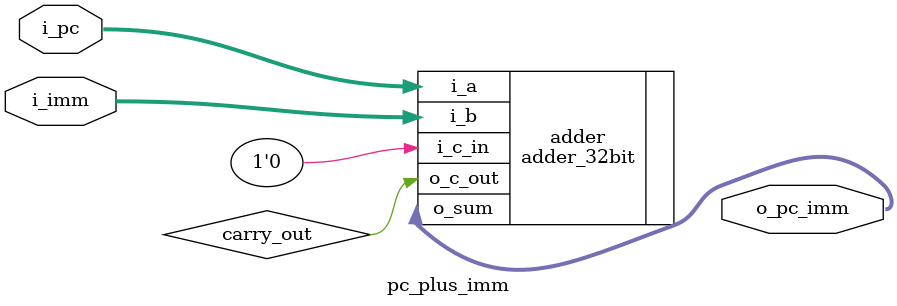
<source format=sv>
module pc_plus_imm (
    input  logic [31:0] i_pc,
    input  logic [31:0] i_imm,
    output logic [31:0] o_pc_imm
);
    logic carry_out;
    
    adder_32bit adder (
        .i_a(i_pc),
        .i_b(i_imm),
        .i_c_in(1'b0),
        .o_sum(o_pc_imm),
        .o_c_out(carry_out)
    );
endmodule

</source>
